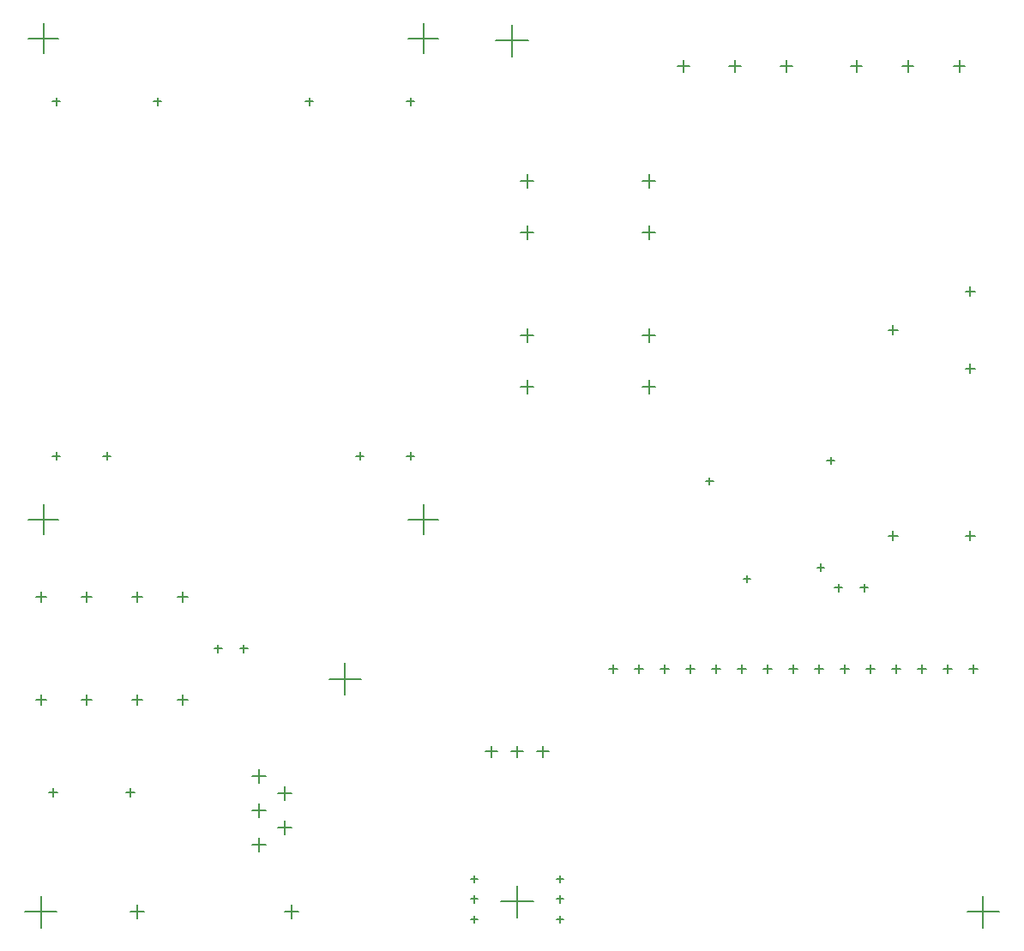
<source format=gbr>
%TF.GenerationSoftware,Altium Limited,Altium Designer,24.0.1 (36)*%
G04 Layer_Color=128*
%FSLAX45Y45*%
%MOMM*%
%TF.SameCoordinates,1548FFD4-C5F0-4C99-8D9D-CADF44B10A7D*%
%TF.FilePolarity,Positive*%
%TF.FileFunction,Drillmap*%
%TF.Part,Single*%
G01*
G75*
%TA.AperFunction,NonConductor*%
%ADD47C,0.12700*%
D47*
X2060500Y2950000D02*
X2135501D01*
X2098000Y2912499D02*
Y2987501D01*
X2314500Y2950000D02*
X2389501D01*
X2352000Y2912499D02*
Y2987501D01*
X2432500Y1010000D02*
X2567500D01*
X2500000Y942500D02*
Y1077500D01*
X2692500Y1180000D02*
X2827500D01*
X2760000Y1112500D02*
Y1247500D01*
X2432500Y1350000D02*
X2567500D01*
X2500000Y1282500D02*
Y1417500D01*
X2692500Y1520000D02*
X2827500D01*
X2760000Y1452500D02*
Y1587500D01*
X2432500Y1690000D02*
X2567500D01*
X2500000Y1622500D02*
Y1757500D01*
X9492500Y350000D02*
X9807500D01*
X9650000Y192500D02*
Y507500D01*
X3192500Y2650000D02*
X3507500D01*
X3350000Y2492500D02*
Y2807500D01*
X9513500Y2750000D02*
X9598500D01*
X9556000Y2707500D02*
Y2792500D01*
X9259500Y2750000D02*
X9344500D01*
X9302000Y2707500D02*
Y2792500D01*
X7735500Y2750000D02*
X7820500D01*
X7778000Y2707500D02*
Y2792500D01*
X7481500Y2750000D02*
X7566500D01*
X7524000Y2707500D02*
Y2792500D01*
X7227500Y2750000D02*
X7312500D01*
X7270000Y2707500D02*
Y2792500D01*
X6973500Y2750000D02*
X7058500D01*
X7016000Y2707500D02*
Y2792500D01*
X5957500Y2750000D02*
X6042500D01*
X6000000Y2707500D02*
Y2792500D01*
X6211500Y2750000D02*
X6296500D01*
X6254000Y2707500D02*
Y2792500D01*
X6465500Y2750000D02*
X6550500D01*
X6508000Y2707500D02*
Y2792500D01*
X6719500Y2750000D02*
X6804500D01*
X6762000Y2707500D02*
Y2792500D01*
X7989500Y2750000D02*
X8074500D01*
X8032000Y2707500D02*
Y2792500D01*
X8243500Y2750000D02*
X8328500D01*
X8286000Y2707500D02*
Y2792500D01*
X8497500Y2750000D02*
X8582500D01*
X8540000Y2707500D02*
Y2792500D01*
X8751500Y2750000D02*
X8836500D01*
X8794000Y2707500D02*
Y2792500D01*
X9005500Y2750000D02*
X9090500D01*
X9048000Y2707500D02*
Y2792500D01*
X8342500Y8700000D02*
X8457500D01*
X8400000Y8642500D02*
Y8757500D01*
X8850500Y8700000D02*
X8965500D01*
X8908000Y8642500D02*
Y8757500D01*
X9358500Y8700000D02*
X9473500D01*
X9416000Y8642500D02*
Y8757500D01*
X4842500Y8950000D02*
X5157500D01*
X5000000Y8792500D02*
Y9107500D01*
X192500Y350000D02*
X507500D01*
X350000Y192500D02*
Y507500D01*
X6285800Y5534300D02*
X6415800D01*
X6350800Y5469300D02*
Y5599300D01*
X6285800Y6042300D02*
X6415800D01*
X6350800Y5977300D02*
Y6107300D01*
X6285800Y7058300D02*
X6415800D01*
X6350800Y6993300D02*
Y7123300D01*
X6285800Y7566300D02*
X6415800D01*
X6350800Y7501300D02*
Y7631300D01*
X5085800Y5534300D02*
X5215800D01*
X5150800Y5469300D02*
Y5599300D01*
X5085800Y6042300D02*
X5215800D01*
X5150800Y5977300D02*
Y6107300D01*
X5085800Y7058300D02*
X5215800D01*
X5150800Y6993300D02*
Y7123300D01*
X5085800Y7566300D02*
X5215800D01*
X5150800Y7501300D02*
Y7631300D01*
X6634500Y8700000D02*
X6749500D01*
X6692000Y8642500D02*
Y8757500D01*
X7142500Y8700000D02*
X7257500D01*
X7200000Y8642500D02*
Y8757500D01*
X7650500Y8700000D02*
X7765500D01*
X7708000Y8642500D02*
Y8757500D01*
X3975000Y4225000D02*
X4275000D01*
X4125000Y4075000D02*
Y4375000D01*
X225000Y4225000D02*
X525000D01*
X375000Y4075000D02*
Y4375000D01*
X461900Y8350000D02*
X538100D01*
X500000Y8311900D02*
Y8388100D01*
X3961900Y8350000D02*
X4038100D01*
X4000000Y8311900D02*
Y8388100D01*
X1461900Y8350000D02*
X1538100D01*
X1500000Y8311900D02*
Y8388100D01*
X2961900Y8350000D02*
X3038100D01*
X3000000Y8311900D02*
Y8388100D01*
X461900Y4850000D02*
X538100D01*
X500000Y4811900D02*
Y4888100D01*
X3961900Y4850000D02*
X4038100D01*
X4000000Y4811900D02*
Y4888100D01*
X3461900Y4850000D02*
X3538100D01*
X3500000Y4811900D02*
Y4888100D01*
X961900Y4850000D02*
X1038100D01*
X1000000Y4811900D02*
Y4888100D01*
X225000Y8975000D02*
X525000D01*
X375000Y8825000D02*
Y9125000D01*
X3975000Y8975000D02*
X4275000D01*
X4125000Y8825000D02*
Y9125000D01*
X9477500Y6477000D02*
X9572500D01*
X9525000Y6429500D02*
Y6524500D01*
X9477500Y5715000D02*
X9572500D01*
X9525000Y5667500D02*
Y5762500D01*
X8715500Y6096000D02*
X8810500D01*
X8763000Y6048500D02*
Y6143500D01*
X9477500Y4064000D02*
X9572500D01*
X9525000Y4016500D02*
Y4111500D01*
X8715500Y4064000D02*
X8810500D01*
X8763000Y4016500D02*
Y4111500D01*
X5246500Y1931666D02*
X5361500D01*
X5304000Y1874166D02*
Y1989166D01*
X4992500Y1931700D02*
X5107500D01*
X5050000Y1874200D02*
Y1989200D01*
X4738500Y1931700D02*
X4853500D01*
X4796000Y1874200D02*
Y1989200D01*
X4892500Y450000D02*
X5207500D01*
X5050000Y292500D02*
Y607500D01*
X8185500Y3550000D02*
X8260501D01*
X8223000Y3512499D02*
Y3587501D01*
X8439500Y3550000D02*
X8514501D01*
X8477000Y3512499D02*
Y3587501D01*
X1247500Y2442000D02*
X1352500D01*
X1300000Y2389500D02*
Y2494500D01*
X1247500Y3458000D02*
X1352500D01*
X1300000Y3405500D02*
Y3510500D01*
X1188500Y1529215D02*
X1273501D01*
X1231000Y1486714D02*
Y1571715D01*
X426500Y1529215D02*
X511501D01*
X469000Y1486714D02*
Y1571715D01*
X747500Y2442000D02*
X852500D01*
X800000Y2389500D02*
Y2494500D01*
X747500Y3458000D02*
X852500D01*
X800000Y3405500D02*
Y3510500D01*
X297500Y2442000D02*
X402500D01*
X350000Y2389500D02*
Y2494500D01*
X297500Y3458000D02*
X402500D01*
X350000Y3405500D02*
Y3510500D01*
X1697500Y3458000D02*
X1802500D01*
X1750000Y3405500D02*
Y3510500D01*
X1697500Y2442000D02*
X1802500D01*
X1750000Y2389500D02*
Y2494500D01*
X1230214Y350000D02*
X1365214D01*
X1297714Y282500D02*
Y417500D01*
X2754214Y350000D02*
X2889214D01*
X2821714Y282500D02*
Y417500D01*
X4589440Y275000D02*
X4660560D01*
X4625000Y239440D02*
Y310560D01*
X4589440Y475000D02*
X4660560D01*
X4625000Y439440D02*
Y510560D01*
X4589440Y675000D02*
X4660560D01*
X4625000Y639440D02*
Y710560D01*
X5439440Y675000D02*
X5510560D01*
X5475000Y639440D02*
Y710560D01*
X5439440Y475000D02*
X5510560D01*
X5475000Y439440D02*
Y510560D01*
X5439440Y275000D02*
X5510560D01*
X5475000Y239440D02*
Y310560D01*
X7285840Y3638900D02*
X7356960D01*
X7321400Y3603340D02*
Y3674460D01*
X8014440Y3750000D02*
X8085560D01*
X8050000Y3714440D02*
Y3785560D01*
X6914440Y4600000D02*
X6985560D01*
X6950000Y4564440D02*
Y4635560D01*
X8109990Y4805000D02*
X8181110D01*
X8145550Y4769440D02*
Y4840560D01*
%TF.MD5,5b0bcd3cc6bce540e7509293a2347131*%
M02*

</source>
